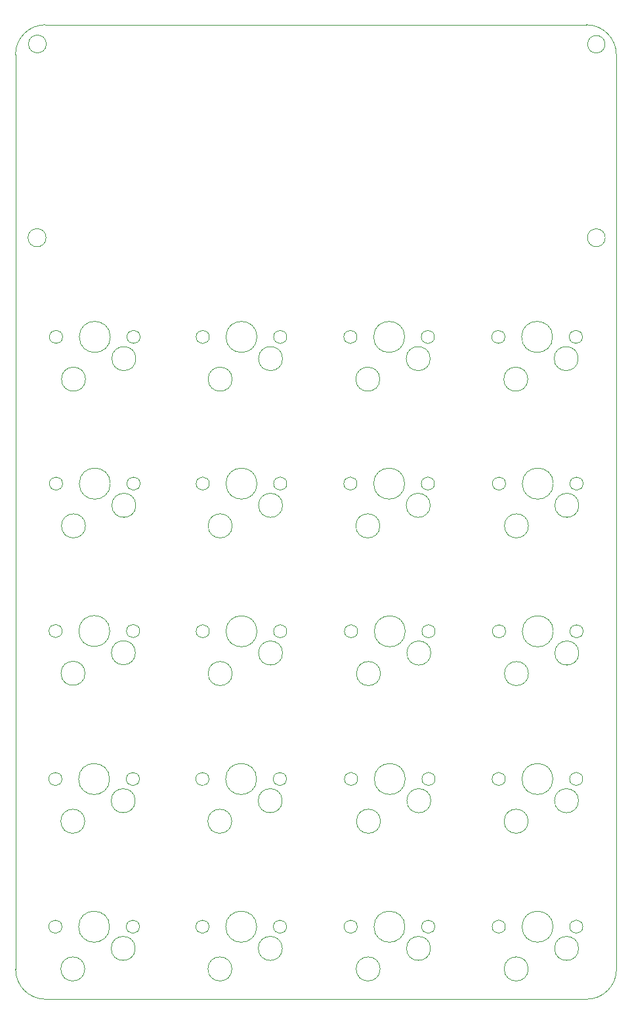
<source format=gbr>
%TF.GenerationSoftware,KiCad,Pcbnew,8.0.7-8.0.7-0~ubuntu22.04.1*%
%TF.CreationDate,2024-12-28T00:36:41+00:00*%
%TF.ProjectId,numcalcium,6e756d63-616c-4636-9975-6d2e6b696361,rev?*%
%TF.SameCoordinates,Original*%
%TF.FileFunction,Profile,NP*%
%FSLAX46Y46*%
G04 Gerber Fmt 4.6, Leading zero omitted, Abs format (unit mm)*
G04 Created by KiCad (PCBNEW 8.0.7-8.0.7-0~ubuntu22.04.1) date 2024-12-28 00:36:41*
%MOMM*%
%LPD*%
G01*
G04 APERTURE LIST*
%TA.AperFunction,Profile*%
%ADD10C,0.100000*%
%TD*%
G04 APERTURE END LIST*
D10*
X-58488Y-88357326D02*
X-78211Y29608120D01*
X73601512Y-92219880D02*
X3804066Y-92219880D01*
X73581789Y33470674D02*
X3784343Y33470674D01*
X3900200Y30989750D02*
G75*
G02*
X1611886Y30989750I-1144157J0D01*
G01*
X1611886Y30989750D02*
G75*
G02*
X3900200Y30989750I1144157J0D01*
G01*
X76004097Y6001904D02*
G75*
G02*
X73707351Y6001904I-1148373J0D01*
G01*
X73707351Y6001904D02*
G75*
G02*
X76004097Y6001904I1148373J0D01*
G01*
X77464066Y-88357326D02*
G75*
G02*
X73601512Y-92219866I-3862666J126D01*
G01*
X-78211Y29608120D02*
G75*
G02*
X3784343Y33470674I3862554J0D01*
G01*
X73581789Y33470674D02*
G75*
G02*
X77444374Y29608120I-89J-3862674D01*
G01*
X75981708Y30959490D02*
G75*
G02*
X73735188Y30959490I-1123260J0D01*
G01*
X73735188Y30959490D02*
G75*
G02*
X75981708Y30959490I1123260J0D01*
G01*
X77444343Y29608120D02*
X77464066Y-88357326D01*
X3872164Y6005363D02*
G75*
G02*
X1543338Y6005363I-1164413J0D01*
G01*
X1543338Y6005363D02*
G75*
G02*
X3872164Y6005363I1164413J0D01*
G01*
X3804066Y-92219880D02*
G75*
G02*
X-58490Y-88357326I4J3862560D01*
G01*
%TO.C,SW1*%
X5921789Y-82863880D02*
G75*
G02*
X4221789Y-82863880I-850000J0D01*
G01*
X4221789Y-82863880D02*
G75*
G02*
X5921789Y-82863880I850000J0D01*
G01*
X8871789Y-88313880D02*
G75*
G02*
X5771789Y-88313880I-1550000J0D01*
G01*
X5771789Y-88313880D02*
G75*
G02*
X8871789Y-88313880I1550000J0D01*
G01*
X12071789Y-82863880D02*
G75*
G02*
X8071789Y-82863880I-2000000J0D01*
G01*
X8071789Y-82863880D02*
G75*
G02*
X12071789Y-82863880I2000000J0D01*
G01*
X15371789Y-85663880D02*
G75*
G02*
X12271789Y-85663880I-1550000J0D01*
G01*
X12271789Y-85663880D02*
G75*
G02*
X15371789Y-85663880I1550000J0D01*
G01*
X15921789Y-82863880D02*
G75*
G02*
X14221789Y-82863880I-850000J0D01*
G01*
X14221789Y-82863880D02*
G75*
G02*
X15921789Y-82863880I850000J0D01*
G01*
%TO.C,SW4*%
X63125789Y-82863880D02*
G75*
G02*
X61425789Y-82863880I-850000J0D01*
G01*
X61425789Y-82863880D02*
G75*
G02*
X63125789Y-82863880I850000J0D01*
G01*
X66075789Y-88313880D02*
G75*
G02*
X62975789Y-88313880I-1550000J0D01*
G01*
X62975789Y-88313880D02*
G75*
G02*
X66075789Y-88313880I1550000J0D01*
G01*
X69275789Y-82863880D02*
G75*
G02*
X65275789Y-82863880I-2000000J0D01*
G01*
X65275789Y-82863880D02*
G75*
G02*
X69275789Y-82863880I2000000J0D01*
G01*
X72575789Y-85663880D02*
G75*
G02*
X69475789Y-85663880I-1550000J0D01*
G01*
X69475789Y-85663880D02*
G75*
G02*
X72575789Y-85663880I1550000J0D01*
G01*
X73125789Y-82863880D02*
G75*
G02*
X71425789Y-82863880I-850000J0D01*
G01*
X71425789Y-82863880D02*
G75*
G02*
X73125789Y-82863880I850000J0D01*
G01*
%TO.C,SW13*%
X6008789Y-25713880D02*
G75*
G02*
X4308789Y-25713880I-850000J0D01*
G01*
X4308789Y-25713880D02*
G75*
G02*
X6008789Y-25713880I850000J0D01*
G01*
X8958789Y-31163880D02*
G75*
G02*
X5858789Y-31163880I-1550000J0D01*
G01*
X5858789Y-31163880D02*
G75*
G02*
X8958789Y-31163880I1550000J0D01*
G01*
X12158789Y-25713880D02*
G75*
G02*
X8158789Y-25713880I-2000000J0D01*
G01*
X8158789Y-25713880D02*
G75*
G02*
X12158789Y-25713880I2000000J0D01*
G01*
X15458789Y-28513880D02*
G75*
G02*
X12358789Y-28513880I-1550000J0D01*
G01*
X12358789Y-28513880D02*
G75*
G02*
X15458789Y-28513880I1550000J0D01*
G01*
X16008789Y-25713880D02*
G75*
G02*
X14308789Y-25713880I-850000J0D01*
G01*
X14308789Y-25713880D02*
G75*
G02*
X16008789Y-25713880I850000J0D01*
G01*
%TO.C,SW20*%
X63071789Y-6790880D02*
G75*
G02*
X61371789Y-6790880I-850000J0D01*
G01*
X61371789Y-6790880D02*
G75*
G02*
X63071789Y-6790880I850000J0D01*
G01*
X66021789Y-12240880D02*
G75*
G02*
X62921789Y-12240880I-1550000J0D01*
G01*
X62921789Y-12240880D02*
G75*
G02*
X66021789Y-12240880I1550000J0D01*
G01*
X69221789Y-6790880D02*
G75*
G02*
X65221789Y-6790880I-2000000J0D01*
G01*
X65221789Y-6790880D02*
G75*
G02*
X69221789Y-6790880I2000000J0D01*
G01*
X72521789Y-9590880D02*
G75*
G02*
X69421789Y-9590880I-1550000J0D01*
G01*
X69421789Y-9590880D02*
G75*
G02*
X72521789Y-9590880I1550000J0D01*
G01*
X73071789Y-6790880D02*
G75*
G02*
X71371789Y-6790880I-850000J0D01*
G01*
X71371789Y-6790880D02*
G75*
G02*
X73071789Y-6790880I850000J0D01*
G01*
%TO.C,SW3*%
X44021789Y-82863880D02*
G75*
G02*
X42321789Y-82863880I-850000J0D01*
G01*
X42321789Y-82863880D02*
G75*
G02*
X44021789Y-82863880I850000J0D01*
G01*
X46971789Y-88313880D02*
G75*
G02*
X43871789Y-88313880I-1550000J0D01*
G01*
X43871789Y-88313880D02*
G75*
G02*
X46971789Y-88313880I1550000J0D01*
G01*
X50171789Y-82863880D02*
G75*
G02*
X46171789Y-82863880I-2000000J0D01*
G01*
X46171789Y-82863880D02*
G75*
G02*
X50171789Y-82863880I2000000J0D01*
G01*
X53471789Y-85663880D02*
G75*
G02*
X50371789Y-85663880I-1550000J0D01*
G01*
X50371789Y-85663880D02*
G75*
G02*
X53471789Y-85663880I1550000J0D01*
G01*
X54021789Y-82863880D02*
G75*
G02*
X52321789Y-82863880I-850000J0D01*
G01*
X52321789Y-82863880D02*
G75*
G02*
X54021789Y-82863880I850000J0D01*
G01*
%TO.C,SW19*%
X43981789Y-6790880D02*
G75*
G02*
X42281789Y-6790880I-850000J0D01*
G01*
X42281789Y-6790880D02*
G75*
G02*
X43981789Y-6790880I850000J0D01*
G01*
X46931789Y-12240880D02*
G75*
G02*
X43831789Y-12240880I-1550000J0D01*
G01*
X43831789Y-12240880D02*
G75*
G02*
X46931789Y-12240880I1550000J0D01*
G01*
X50131789Y-6790880D02*
G75*
G02*
X46131789Y-6790880I-2000000J0D01*
G01*
X46131789Y-6790880D02*
G75*
G02*
X50131789Y-6790880I2000000J0D01*
G01*
X53431789Y-9590880D02*
G75*
G02*
X50331789Y-9590880I-1550000J0D01*
G01*
X50331789Y-9590880D02*
G75*
G02*
X53431789Y-9590880I1550000J0D01*
G01*
X53981789Y-6790880D02*
G75*
G02*
X52281789Y-6790880I-850000J0D01*
G01*
X52281789Y-6790880D02*
G75*
G02*
X53981789Y-6790880I850000J0D01*
G01*
%TO.C,SW8*%
X63113789Y-63812880D02*
G75*
G02*
X61413789Y-63812880I-850000J0D01*
G01*
X61413789Y-63812880D02*
G75*
G02*
X63113789Y-63812880I850000J0D01*
G01*
X66063789Y-69262880D02*
G75*
G02*
X62963789Y-69262880I-1550000J0D01*
G01*
X62963789Y-69262880D02*
G75*
G02*
X66063789Y-69262880I1550000J0D01*
G01*
X69263789Y-63812880D02*
G75*
G02*
X65263789Y-63812880I-2000000J0D01*
G01*
X65263789Y-63812880D02*
G75*
G02*
X69263789Y-63812880I2000000J0D01*
G01*
X72563789Y-66612880D02*
G75*
G02*
X69463789Y-66612880I-1550000J0D01*
G01*
X69463789Y-66612880D02*
G75*
G02*
X72563789Y-66612880I1550000J0D01*
G01*
X73113789Y-63812880D02*
G75*
G02*
X71413789Y-63812880I-850000J0D01*
G01*
X71413789Y-63812880D02*
G75*
G02*
X73113789Y-63812880I850000J0D01*
G01*
%TO.C,SW15*%
X43981789Y-25713880D02*
G75*
G02*
X42281789Y-25713880I-850000J0D01*
G01*
X42281789Y-25713880D02*
G75*
G02*
X43981789Y-25713880I850000J0D01*
G01*
X46931789Y-31163880D02*
G75*
G02*
X43831789Y-31163880I-1550000J0D01*
G01*
X43831789Y-31163880D02*
G75*
G02*
X46931789Y-31163880I1550000J0D01*
G01*
X50131789Y-25713880D02*
G75*
G02*
X46131789Y-25713880I-2000000J0D01*
G01*
X46131789Y-25713880D02*
G75*
G02*
X50131789Y-25713880I2000000J0D01*
G01*
X53431789Y-28513880D02*
G75*
G02*
X50331789Y-28513880I-1550000J0D01*
G01*
X50331789Y-28513880D02*
G75*
G02*
X53431789Y-28513880I1550000J0D01*
G01*
X53981789Y-25713880D02*
G75*
G02*
X52281789Y-25713880I-850000J0D01*
G01*
X52281789Y-25713880D02*
G75*
G02*
X53981789Y-25713880I850000J0D01*
G01*
%TO.C,SW10*%
X24931789Y-44762880D02*
G75*
G02*
X23231789Y-44762880I-850000J0D01*
G01*
X23231789Y-44762880D02*
G75*
G02*
X24931789Y-44762880I850000J0D01*
G01*
X27881789Y-50212880D02*
G75*
G02*
X24781789Y-50212880I-1550000J0D01*
G01*
X24781789Y-50212880D02*
G75*
G02*
X27881789Y-50212880I1550000J0D01*
G01*
X31081789Y-44762880D02*
G75*
G02*
X27081789Y-44762880I-2000000J0D01*
G01*
X27081789Y-44762880D02*
G75*
G02*
X31081789Y-44762880I2000000J0D01*
G01*
X34381789Y-47562880D02*
G75*
G02*
X31281789Y-47562880I-1550000J0D01*
G01*
X31281789Y-47562880D02*
G75*
G02*
X34381789Y-47562880I1550000J0D01*
G01*
X34931789Y-44762880D02*
G75*
G02*
X33231789Y-44762880I-850000J0D01*
G01*
X33231789Y-44762880D02*
G75*
G02*
X34931789Y-44762880I850000J0D01*
G01*
%TO.C,SW14*%
X24931789Y-25713880D02*
G75*
G02*
X23231789Y-25713880I-850000J0D01*
G01*
X23231789Y-25713880D02*
G75*
G02*
X24931789Y-25713880I850000J0D01*
G01*
X27881789Y-31163880D02*
G75*
G02*
X24781789Y-31163880I-1550000J0D01*
G01*
X24781789Y-31163880D02*
G75*
G02*
X27881789Y-31163880I1550000J0D01*
G01*
X31081789Y-25713880D02*
G75*
G02*
X27081789Y-25713880I-2000000J0D01*
G01*
X27081789Y-25713880D02*
G75*
G02*
X31081789Y-25713880I2000000J0D01*
G01*
X34381789Y-28513880D02*
G75*
G02*
X31281789Y-28513880I-1550000J0D01*
G01*
X31281789Y-28513880D02*
G75*
G02*
X34381789Y-28513880I1550000J0D01*
G01*
X34931789Y-25713880D02*
G75*
G02*
X33231789Y-25713880I-850000J0D01*
G01*
X33231789Y-25713880D02*
G75*
G02*
X34931789Y-25713880I850000J0D01*
G01*
%TO.C,SW11*%
X44063789Y-44762880D02*
G75*
G02*
X42363789Y-44762880I-850000J0D01*
G01*
X42363789Y-44762880D02*
G75*
G02*
X44063789Y-44762880I850000J0D01*
G01*
X47013789Y-50212880D02*
G75*
G02*
X43913789Y-50212880I-1550000J0D01*
G01*
X43913789Y-50212880D02*
G75*
G02*
X47013789Y-50212880I1550000J0D01*
G01*
X50213789Y-44762880D02*
G75*
G02*
X46213789Y-44762880I-2000000J0D01*
G01*
X46213789Y-44762880D02*
G75*
G02*
X50213789Y-44762880I2000000J0D01*
G01*
X53513789Y-47562880D02*
G75*
G02*
X50413789Y-47562880I-1550000J0D01*
G01*
X50413789Y-47562880D02*
G75*
G02*
X53513789Y-47562880I1550000J0D01*
G01*
X54063789Y-44762880D02*
G75*
G02*
X52363789Y-44762880I-850000J0D01*
G01*
X52363789Y-44762880D02*
G75*
G02*
X54063789Y-44762880I850000J0D01*
G01*
%TO.C,SW2*%
X24898789Y-82863880D02*
G75*
G02*
X23198789Y-82863880I-850000J0D01*
G01*
X23198789Y-82863880D02*
G75*
G02*
X24898789Y-82863880I850000J0D01*
G01*
X27848789Y-88313880D02*
G75*
G02*
X24748789Y-88313880I-1550000J0D01*
G01*
X24748789Y-88313880D02*
G75*
G02*
X27848789Y-88313880I1550000J0D01*
G01*
X31048789Y-82863880D02*
G75*
G02*
X27048789Y-82863880I-2000000J0D01*
G01*
X27048789Y-82863880D02*
G75*
G02*
X31048789Y-82863880I2000000J0D01*
G01*
X34348789Y-85663880D02*
G75*
G02*
X31248789Y-85663880I-1550000J0D01*
G01*
X31248789Y-85663880D02*
G75*
G02*
X34348789Y-85663880I1550000J0D01*
G01*
X34898789Y-82863880D02*
G75*
G02*
X33198789Y-82863880I-850000J0D01*
G01*
X33198789Y-82863880D02*
G75*
G02*
X34898789Y-82863880I850000J0D01*
G01*
%TO.C,SW16*%
X63158789Y-25713880D02*
G75*
G02*
X61458789Y-25713880I-850000J0D01*
G01*
X61458789Y-25713880D02*
G75*
G02*
X63158789Y-25713880I850000J0D01*
G01*
X66108789Y-31163880D02*
G75*
G02*
X63008789Y-31163880I-1550000J0D01*
G01*
X63008789Y-31163880D02*
G75*
G02*
X66108789Y-31163880I1550000J0D01*
G01*
X69308789Y-25713880D02*
G75*
G02*
X65308789Y-25713880I-2000000J0D01*
G01*
X65308789Y-25713880D02*
G75*
G02*
X69308789Y-25713880I2000000J0D01*
G01*
X72608789Y-28513880D02*
G75*
G02*
X69508789Y-28513880I-1550000J0D01*
G01*
X69508789Y-28513880D02*
G75*
G02*
X72608789Y-28513880I1550000J0D01*
G01*
X73158789Y-25713880D02*
G75*
G02*
X71458789Y-25713880I-850000J0D01*
G01*
X71458789Y-25713880D02*
G75*
G02*
X73158789Y-25713880I850000J0D01*
G01*
%TO.C,SW17*%
X6008789Y-6790880D02*
G75*
G02*
X4308789Y-6790880I-850000J0D01*
G01*
X4308789Y-6790880D02*
G75*
G02*
X6008789Y-6790880I850000J0D01*
G01*
X8958789Y-12240880D02*
G75*
G02*
X5858789Y-12240880I-1550000J0D01*
G01*
X5858789Y-12240880D02*
G75*
G02*
X8958789Y-12240880I1550000J0D01*
G01*
X12158789Y-6790880D02*
G75*
G02*
X8158789Y-6790880I-2000000J0D01*
G01*
X8158789Y-6790880D02*
G75*
G02*
X12158789Y-6790880I2000000J0D01*
G01*
X15458789Y-9590880D02*
G75*
G02*
X12358789Y-9590880I-1550000J0D01*
G01*
X12358789Y-9590880D02*
G75*
G02*
X15458789Y-9590880I1550000J0D01*
G01*
X16008789Y-6790880D02*
G75*
G02*
X14308789Y-6790880I-850000J0D01*
G01*
X14308789Y-6790880D02*
G75*
G02*
X16008789Y-6790880I850000J0D01*
G01*
%TO.C,SW18*%
X24931789Y-6790880D02*
G75*
G02*
X23231789Y-6790880I-850000J0D01*
G01*
X23231789Y-6790880D02*
G75*
G02*
X24931789Y-6790880I850000J0D01*
G01*
X27881789Y-12240880D02*
G75*
G02*
X24781789Y-12240880I-1550000J0D01*
G01*
X24781789Y-12240880D02*
G75*
G02*
X27881789Y-12240880I1550000J0D01*
G01*
X31081789Y-6790880D02*
G75*
G02*
X27081789Y-6790880I-2000000J0D01*
G01*
X27081789Y-6790880D02*
G75*
G02*
X31081789Y-6790880I2000000J0D01*
G01*
X34381789Y-9590880D02*
G75*
G02*
X31281789Y-9590880I-1550000J0D01*
G01*
X31281789Y-9590880D02*
G75*
G02*
X34381789Y-9590880I1550000J0D01*
G01*
X34931789Y-6790880D02*
G75*
G02*
X33231789Y-6790880I-850000J0D01*
G01*
X33231789Y-6790880D02*
G75*
G02*
X34931789Y-6790880I850000J0D01*
G01*
%TO.C,SW9*%
X5948789Y-44728880D02*
G75*
G02*
X4248789Y-44728880I-850000J0D01*
G01*
X4248789Y-44728880D02*
G75*
G02*
X5948789Y-44728880I850000J0D01*
G01*
X8898789Y-50178880D02*
G75*
G02*
X5798789Y-50178880I-1550000J0D01*
G01*
X5798789Y-50178880D02*
G75*
G02*
X8898789Y-50178880I1550000J0D01*
G01*
X12098789Y-44728880D02*
G75*
G02*
X8098789Y-44728880I-2000000J0D01*
G01*
X8098789Y-44728880D02*
G75*
G02*
X12098789Y-44728880I2000000J0D01*
G01*
X15398789Y-47528880D02*
G75*
G02*
X12298789Y-47528880I-1550000J0D01*
G01*
X12298789Y-47528880D02*
G75*
G02*
X15398789Y-47528880I1550000J0D01*
G01*
X15948789Y-44728880D02*
G75*
G02*
X14248789Y-44728880I-850000J0D01*
G01*
X14248789Y-44728880D02*
G75*
G02*
X15948789Y-44728880I850000J0D01*
G01*
%TO.C,SW12*%
X63158789Y-44763880D02*
G75*
G02*
X61458789Y-44763880I-850000J0D01*
G01*
X61458789Y-44763880D02*
G75*
G02*
X63158789Y-44763880I850000J0D01*
G01*
X66108789Y-50213880D02*
G75*
G02*
X63008789Y-50213880I-1550000J0D01*
G01*
X63008789Y-50213880D02*
G75*
G02*
X66108789Y-50213880I1550000J0D01*
G01*
X69308789Y-44763880D02*
G75*
G02*
X65308789Y-44763880I-2000000J0D01*
G01*
X65308789Y-44763880D02*
G75*
G02*
X69308789Y-44763880I2000000J0D01*
G01*
X72608789Y-47563880D02*
G75*
G02*
X69508789Y-47563880I-1550000J0D01*
G01*
X69508789Y-47563880D02*
G75*
G02*
X72608789Y-47563880I1550000J0D01*
G01*
X73158789Y-44763880D02*
G75*
G02*
X71458789Y-44763880I-850000J0D01*
G01*
X71458789Y-44763880D02*
G75*
G02*
X73158789Y-44763880I850000J0D01*
G01*
%TO.C,SW5*%
X5921789Y-63813880D02*
G75*
G02*
X4221789Y-63813880I-850000J0D01*
G01*
X4221789Y-63813880D02*
G75*
G02*
X5921789Y-63813880I850000J0D01*
G01*
X8871789Y-69263880D02*
G75*
G02*
X5771789Y-69263880I-1550000J0D01*
G01*
X5771789Y-69263880D02*
G75*
G02*
X8871789Y-69263880I1550000J0D01*
G01*
X12071789Y-63813880D02*
G75*
G02*
X8071789Y-63813880I-2000000J0D01*
G01*
X8071789Y-63813880D02*
G75*
G02*
X12071789Y-63813880I2000000J0D01*
G01*
X15371789Y-66613880D02*
G75*
G02*
X12271789Y-66613880I-1550000J0D01*
G01*
X12271789Y-66613880D02*
G75*
G02*
X15371789Y-66613880I1550000J0D01*
G01*
X15921789Y-63813880D02*
G75*
G02*
X14221789Y-63813880I-850000J0D01*
G01*
X14221789Y-63813880D02*
G75*
G02*
X15921789Y-63813880I850000J0D01*
G01*
%TO.C,SW7*%
X44063789Y-63812880D02*
G75*
G02*
X42363789Y-63812880I-850000J0D01*
G01*
X42363789Y-63812880D02*
G75*
G02*
X44063789Y-63812880I850000J0D01*
G01*
X47013789Y-69262880D02*
G75*
G02*
X43913789Y-69262880I-1550000J0D01*
G01*
X43913789Y-69262880D02*
G75*
G02*
X47013789Y-69262880I1550000J0D01*
G01*
X50213789Y-63812880D02*
G75*
G02*
X46213789Y-63812880I-2000000J0D01*
G01*
X46213789Y-63812880D02*
G75*
G02*
X50213789Y-63812880I2000000J0D01*
G01*
X53513789Y-66612880D02*
G75*
G02*
X50413789Y-66612880I-1550000J0D01*
G01*
X50413789Y-66612880D02*
G75*
G02*
X53513789Y-66612880I1550000J0D01*
G01*
X54063789Y-63812880D02*
G75*
G02*
X52363789Y-63812880I-850000J0D01*
G01*
X52363789Y-63812880D02*
G75*
G02*
X54063789Y-63812880I850000J0D01*
G01*
%TO.C,SW6*%
X24886789Y-63812880D02*
G75*
G02*
X23186789Y-63812880I-850000J0D01*
G01*
X23186789Y-63812880D02*
G75*
G02*
X24886789Y-63812880I850000J0D01*
G01*
X27836789Y-69262880D02*
G75*
G02*
X24736789Y-69262880I-1550000J0D01*
G01*
X24736789Y-69262880D02*
G75*
G02*
X27836789Y-69262880I1550000J0D01*
G01*
X31036789Y-63812880D02*
G75*
G02*
X27036789Y-63812880I-2000000J0D01*
G01*
X27036789Y-63812880D02*
G75*
G02*
X31036789Y-63812880I2000000J0D01*
G01*
X34336789Y-66612880D02*
G75*
G02*
X31236789Y-66612880I-1550000J0D01*
G01*
X31236789Y-66612880D02*
G75*
G02*
X34336789Y-66612880I1550000J0D01*
G01*
X34886789Y-63812880D02*
G75*
G02*
X33186789Y-63812880I-850000J0D01*
G01*
X33186789Y-63812880D02*
G75*
G02*
X34886789Y-63812880I850000J0D01*
G01*
%TD*%
M02*

</source>
